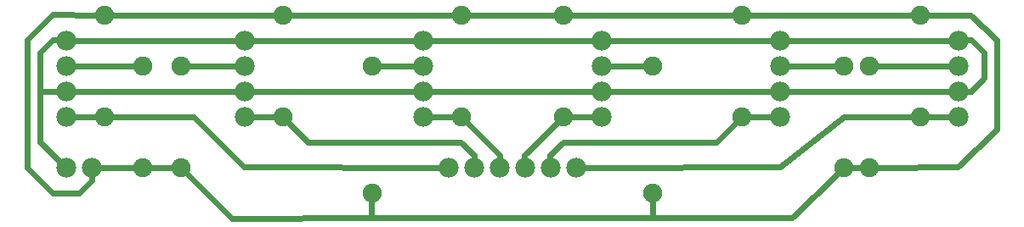
<source format=gbr>
G04 DipTrace 3.2.0.0*
G04 Bottom.gbr*
%MOMM*%
G04 #@! TF.FileFunction,Copper,L2,Bot*
G04 #@! TF.Part,Single*
G04 #@! TA.AperFunction,Nonconductor*
%ADD16C,1.9812*%
%ADD17C,1.905*%
%ADD18C,0.6096*%
%FSLAX35Y35*%
G04*
G71*
G90*
G75*
G01*
G04 Bottom*
%LPD*%
D16*
X9456420Y1963420D3*
Y1709420D3*
Y1455420D3*
Y1201420D3*
X7678420Y1963420D3*
Y1709420D3*
Y1455420D3*
Y1201420D3*
X5900420Y1963420D3*
Y1709420D3*
Y1455420D3*
Y1201420D3*
X4122420Y1963420D3*
Y1709420D3*
Y1455420D3*
Y1201420D3*
X2344420Y1963420D3*
Y1709420D3*
Y1455420D3*
Y1201420D3*
X566420Y1963420D3*
Y1709420D3*
Y1455420D3*
Y1201420D3*
D17*
X8567420Y693420D3*
Y1709420D3*
X8313420Y693420D3*
Y1709420D3*
X6408420Y439420D3*
Y1709420D3*
X9075420Y1201420D3*
Y2217420D3*
X7297420Y1201420D3*
Y2217420D3*
X5519420Y1201420D3*
Y2217420D3*
X4503420Y1201420D3*
Y2217420D3*
X2725420Y1201420D3*
Y2217420D3*
X947420Y1201420D3*
Y2217420D3*
X3614420Y439420D3*
Y1709420D3*
X1709420Y693420D3*
Y1709420D3*
X1328420Y693420D3*
Y1709420D3*
D16*
X4376420Y693420D3*
X4630420D3*
X4884420D3*
X5138420D3*
X5392420D3*
X5646420D3*
X566420D3*
X820420D3*
X2799080Y2217420D2*
D18*
X4429760D1*
X1635760Y693420D2*
X1402080D1*
X7802880Y187960D2*
X8262620Y642620D1*
X7802880Y187960D2*
X6413500D1*
X3609340D1*
X2217420Y182880D1*
X6413500Y187960D2*
X6408420Y368300D1*
X2217420Y182880D2*
X1760220Y642620D1*
X3609340Y187960D2*
X3611880Y368300D1*
X4198620Y1963420D2*
X5824220D1*
X2420620Y1455420D2*
X4046220D1*
X7754620Y1963420D2*
X9380220D1*
X2268220Y1455420D2*
X642620D1*
X7371080Y2217420D2*
X9001760D1*
X4198620Y1455420D2*
X5824220D1*
X309880Y1452880D2*
Y947420D1*
X510540Y746760D1*
X309880Y1841500D2*
Y1452880D1*
X490220Y1455420D1*
X436880Y1968500D2*
X309880Y1841500D1*
X490220Y1965960D2*
X436880Y1968500D1*
X9001760Y1201420D2*
X8313420Y1198880D1*
X7680960Y698500D1*
X5722620Y693420D1*
X9453880Y695960D2*
X8641080Y693420D1*
X9839960Y1069340D2*
X9453880Y695960D1*
X9837420Y1965960D2*
X9839960Y1069340D1*
X9580880Y2217420D2*
X9837420Y1965960D1*
X9149080Y2217420D2*
X9580880D1*
X5824220Y1201420D2*
X5593080D1*
X873760Y2217420D2*
X436880Y2219960D1*
X182880Y1968500D1*
Y693420D1*
X436880Y439420D1*
X695960D1*
X822960Y566420D1*
Y617220D1*
X8641080Y1709420D2*
X9380220D1*
X2776220Y1150620D2*
X2976880Y942340D1*
X4500880D1*
X4632960Y820420D1*
Y769620D1*
X9532620Y1965960D2*
X9585960Y1968500D1*
X9712960Y1841500D1*
X9715500Y1587500D1*
X9583420Y1455420D1*
X9532620D1*
X8387080Y693420D2*
X8493760D1*
X2651760Y1201420D2*
X2420620D1*
X642620Y1709420D2*
X1254760D1*
X2341880Y698500D2*
X4300220Y693420D1*
X1836420Y1201420D2*
X2341880Y698500D1*
X1021080Y1201420D2*
X1836420D1*
X2268220Y1709420D2*
X1783080D1*
X2420620Y1963420D2*
X4046220D1*
X4429760Y1201420D2*
X4198620D1*
X6334760Y1709420D2*
X5976620D1*
X8239760D2*
X7754620D1*
X4577080Y2217420D2*
X5445760D1*
X4886960Y769620D2*
X4889500Y820420D1*
X4554220Y1150620D1*
X7754620Y1455420D2*
X9380220D1*
X2268220Y1963420D2*
X642620D1*
X7246620Y1150620D2*
X7045960Y942340D1*
X5521960D1*
X5389880Y820420D1*
Y769620D1*
X1254760Y693420D2*
X896620D1*
X5468620Y1150620D2*
X5133340Y820420D1*
X5135880Y769620D1*
X4046220Y1709420D2*
X3688080D1*
X5976620Y1455420D2*
X7602220D1*
X873760Y1201420D2*
X642620D1*
X5593080Y2217420D2*
X7223760D1*
X9380220Y1201420D2*
X9149080D1*
X2651760Y2217420D2*
X1021080D1*
X7602220Y1201420D2*
X7371080D1*
X5976620Y1963420D2*
X7602220D1*
M02*

</source>
